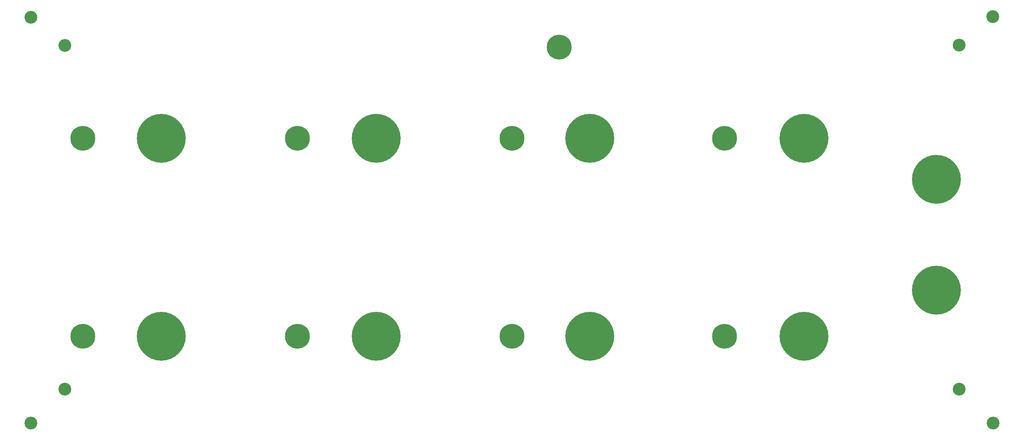
<source format=gbr>
%TF.GenerationSoftware,KiCad,Pcbnew,(6.0.9)*%
%TF.CreationDate,2022-12-12T15:43:42+01:00*%
%TF.ProjectId,BigFoot-Enclosure,42696746-6f6f-4742-9d45-6e636c6f7375,rev?*%
%TF.SameCoordinates,Original*%
%TF.FileFunction,Soldermask,Bot*%
%TF.FilePolarity,Negative*%
%FSLAX46Y46*%
G04 Gerber Fmt 4.6, Leading zero omitted, Abs format (unit mm)*
G04 Created by KiCad (PCBNEW (6.0.9)) date 2022-12-12 15:43:42*
%MOMM*%
%LPD*%
G01*
G04 APERTURE LIST*
%ADD10C,12.200000*%
%ADD11C,3.200000*%
%ADD12C,6.200000*%
G04 APERTURE END LIST*
D10*
%TO.C,Bank+*%
X256500000Y-86100000D03*
%TD*%
D11*
%TO.C,H1*%
X270700000Y-147000000D03*
%TD*%
D10*
%TO.C,Switch5*%
X63200000Y-125300000D03*
%TD*%
%TO.C,Bank-*%
X256500000Y-113800000D03*
%TD*%
%TO.C,Switch3*%
X170100000Y-75900000D03*
%TD*%
%TO.C,Switch2*%
X116800000Y-75900000D03*
%TD*%
D11*
%TO.C,H1*%
X39200000Y-52700000D03*
%TD*%
D12*
%TO.C,Sw5*%
X43700000Y-125300000D03*
%TD*%
D10*
%TO.C,Switch7*%
X170100000Y-125300000D03*
%TD*%
%TO.C,Switch4*%
X223500000Y-75900000D03*
%TD*%
D11*
%TO.C,H4*%
X262200000Y-138500000D03*
%TD*%
D12*
%TO.C,Sw4*%
X203700000Y-75900000D03*
%TD*%
%TO.C,Sw2*%
X97200000Y-75900000D03*
%TD*%
%TO.C,Sw6*%
X97200000Y-125300000D03*
%TD*%
%TO.C,Sw3*%
X150700000Y-75900000D03*
%TD*%
D11*
%TO.C,H3*%
X39200000Y-138500000D03*
%TD*%
D10*
%TO.C,Switch6*%
X116800000Y-125300000D03*
%TD*%
D12*
%TO.C,Sw1*%
X43700000Y-75900000D03*
%TD*%
D10*
%TO.C,Switch8*%
X223500000Y-125300000D03*
%TD*%
D12*
%TO.C,Sw8*%
X203700000Y-125300000D03*
%TD*%
%TO.C,Sw7*%
X150700000Y-125300000D03*
%TD*%
D11*
%TO.C,H1*%
X30700000Y-45600000D03*
%TD*%
D12*
%TO.C,State*%
X162500000Y-53100000D03*
%TD*%
D11*
%TO.C,H2*%
X262200000Y-52600000D03*
%TD*%
%TO.C,H1*%
X30700000Y-147000000D03*
%TD*%
%TO.C,H1*%
X270600000Y-45500000D03*
%TD*%
D10*
%TO.C,Switch1*%
X63200000Y-75900000D03*
%TD*%
M02*

</source>
